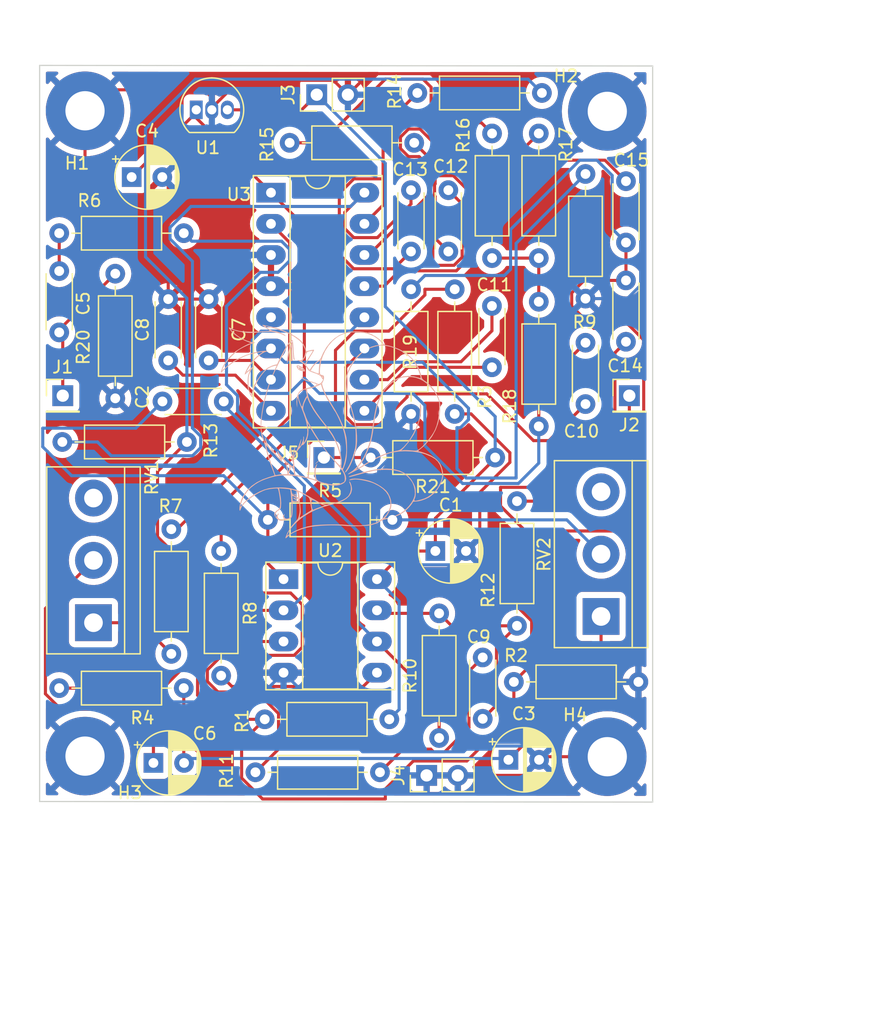
<source format=kicad_pcb>
(kicad_pcb (version 20211014) (generator pcbnew)
  (title_block (title "Little Angel Chorus") (date "2023-05-23") (company "Author: Vitória Beatriz Bianchin") (comment 1 "Email: vitoriabbianchin@gmail.com"))
  (layers (0 "F.Cu" signal) (31 "B.Cu" signal) (34 "B.Paste" user) (35 "F.Paste" user) (36 "B.SilkS" user "B.Silkscreen") (37 "F.SilkS" user "F.Silkscreen") (38 "B.Mask" user) (39 "F.Mask" user) (44 "Edge.Cuts" user))
  (net 0 "")
  (net 1 "VCC")
  (net 2 "Earth")
  (net 3 "/outa")
  (net 4 "/-ina")
  (net 5 "Net-(C3-Pad1)")
  (net 6 "Net-(R8-Pad1)")
  (net 7 "Net-(C5-Pad1)")
  (net 8 "Net-(C5-Pad2)")
  (net 9 "Net-(C6-Pad1)")
  (net 10 "Net-(C7-Pad1)")
  (net 11 "Net-(C8-Pad1)")
  (net 12 "Net-(C9-Pad1)")
  (net 13 "/outb")
  (net 14 "Net-(C10-Pad1)")
  (net 15 "Net-(C10-Pad2)")
  (net 16 "Net-(C11-Pad1)")
  (net 17 "Net-(C11-Pad2)")
  (net 18 "Net-(C12-Pad1)")
  (net 19 "Net-(C12-Pad2)")
  (net 20 "Net-(C13-Pad1)")
  (net 21 "Net-(C13-Pad2)")
  (net 22 "Net-(C14-Pad1)")
  (net 23 "Net-(C14-Pad2)")
  (net 24 "Net-(C15-Pad2)")
  (net 25 "/+ina")
  (net 26 "Net-(R5-Pad2)")
  (net 27 "/-inb")
  (net 28 "Net-(R7-Pad1)")
  (net 29 "Net-(R7-Pad2)")
  (net 30 "/+inb")
  (net 31 "Net-(R9-Pad2)")
  (net 32 "Net-(R11-Pad1)")
  (net 33 "Net-(R16-Pad2)")
  (net 37 "Net-(J5-Pad1)")
  (footprint "Connector_PinHeader_2.54mm:PinHeader_1x01_P2.54mm_Vertical" (layer "F.Cu") (at 116.423314 96.922311)
    (fp_text reference "J2")
    (fp_text value "Conn_01x01_Female")
  )
  (footprint "Resistor_THT:R_Axial_DIN0207_L6.3mm_D2.5mm_P10.16mm_Horizontal" (layer "F.Cu") (at 105.228 75.548 -90)
    (fp_text reference "R16")
    (fp_text value "10k")
  )
  (footprint "Resistor_THT:R_Axial_DIN0207_L6.3mm_D2.5mm_P10.16mm_Horizontal" (layer "F.Cu") (at 102.18 98.408 90)
    (fp_text reference "R3")
    (fp_text value "220k")
  )
  (footprint "Resistor_THT:R_Axial_DIN0207_L6.3mm_D2.5mm_P10.16mm_Horizontal" (layer "F.Cu") (at 112.848 89.01 90)
    (fp_text reference "R9")
    (fp_text value "100R")
  )
  (footprint "Resistor_THT:R_Axial_DIN0207_L6.3mm_D2.5mm_P10.16mm_Horizontal" (layer "F.Cu") (at 100.91 124.824 90)
    (fp_text reference "R10")
    (fp_text value "1M")
  )
  (footprint "Resistor_THT:R_Axial_DIN0207_L6.3mm_D2.5mm_P10.16mm_Horizontal" (layer "F.Cu") (at 96.846 123.3 180)
    (fp_text reference "R1")
    (fp_text value "100k")
  )
  (footprint "Resistor_THT:R_Axial_DIN0207_L6.3mm_D2.5mm_P10.16mm_Horizontal" (layer "F.Cu") (at 98.624 98.408 90)
    (fp_text reference "R19")
    (fp_text value "10k")
  )
  (footprint "Package_TO_SOT_THT:TO-92_Inline" (layer "F.Cu") (at 81.098 73.622)
    (fp_text reference "U1")
    (fp_text value "L78L05_TO92")
  )
  (footprint "Resistor_THT:R_Axial_DIN0207_L6.3mm_D2.5mm_P10.16mm_Horizontal" (layer "F.Cu") (at 74.494 97.138 90)
    (fp_text reference "R20")
    (fp_text value "1M")
  )
  (footprint "Capacitor_THT:C_Disc_D4.3mm_W1.9mm_P5.00mm" (layer "F.Cu") (at 101.662 80.17 -90)
    (fp_text reference "C12")
    (fp_text value "0.001uF")
  )
  (footprint "Capacitor_THT:CP_Radial_D5.0mm_P2.50mm" (layer "F.Cu") (at 100.601552 109.584)
    (fp_text reference "C1")
    (fp_text value "100uF")
  )
  (footprint "Resistor_THT:R_Axial_DIN0207_L6.3mm_D2.5mm_P10.16mm_Horizontal" (layer "F.Cu") (at 70.176 100.694)
    (fp_text reference "R13")
    (fp_text value "10k")
  )
  (footprint "Capacitor_THT:C_Disc_D4.3mm_W1.9mm_P5.00mm" (layer "F.Cu") (at 116.15 84.438 90)
    (fp_text reference "C15")
    (fp_text value "0.1uF")
  )
  (footprint "Connector_PinHeader_2.54mm:PinHeader_1x02_P2.54mm_Vertical" (layer "F.Cu") (at 90.927 72.39 90)
    (fp_text reference "J3")
    (fp_text value "Conn_01x02_Female")
  )
  (footprint "Resistor_THT:R_Axial_DIN0207_L6.3mm_D2.5mm_P10.16mm_Horizontal" (layer "F.Cu") (at 107.26 115.68 90)
    (fp_text reference "R12")
    (fp_text value "10k")
  )
  (footprint "Connector_PinHeader_2.54mm:PinHeader_1x01_P2.54mm_Vertical" (layer "F.Cu") (at 70.209688 96.922311)
    (fp_text reference "J1")
    (fp_text value "Conn_01x01_Female")
  )
  (footprint "Capacitor_THT:C_Disc_D4.3mm_W1.9mm_P5.00mm" (layer "F.Cu") (at 112.848 92.606 -90)
    (fp_text reference "C10")
    (fp_text value "0.01uF")
  )
  (footprint "TerminalBlock:TerminalBlock_bornier-3_P5.08mm" (layer "F.Cu") (at 114.118 114.918 90)
    (fp_text reference "RV2")
    (fp_text value "100k Lin")
  )
  (footprint "Capacitor_THT:C_Disc_D4.3mm_W1.9mm_P5.00mm" (layer "F.Cu") (at 116.15 92.526 90)
    (fp_text reference "C14")
    (fp_text value "0.1uF")
  )
  (footprint "Resistor_THT:R_Axial_DIN0207_L6.3mm_D2.5mm_P10.16mm_Horizontal" (layer "F.Cu") (at 85.924 127.618)
    (fp_text reference "R11")
    (fp_text value "10k")
  )
  (footprint "MountingHole:MountingHole_3.2mm_M3_Pad_TopBottom" (layer "F.Cu") (at 72.026 73.7)
    (fp_text reference "H1")
    (fp_text value "MountingHole_Pad")
  )
  (footprint "Capacitor_THT:C_Disc_D4.3mm_W1.9mm_P5.00mm" (layer "F.Cu") (at 78.812 94.05 90)
    (fp_text reference "C8")
    (fp_text value "0.1uF")
  )
  (footprint "MountingHole:MountingHole_3.2mm_M3_Pad_TopBottom" (layer "F.Cu") (at 114.626 73.748)
    (fp_text reference "H2")
    (fp_text value "MountingHole_Pad")
  )
  (footprint "Resistor_THT:R_Axial_DIN0207_L6.3mm_D2.5mm_P10.16mm_Horizontal" (layer "F.Cu") (at 69.922 120.76)
    (fp_text reference "R4")
    (fp_text value "220k")
  )
  (footprint "Resistor_THT:R_Axial_DIN0207_L6.3mm_D2.5mm_P10.16mm_Horizontal" (layer "F.Cu") (at 109.038 75.548 -90)
    (fp_text reference "R17")
    (fp_text value "10k")
  )
  (footprint "Resistor_THT:R_Axial_DIN0207_L6.3mm_D2.5mm_P10.16mm_Horizontal" (layer "F.Cu") (at 80.082 83.676 180)
    (fp_text reference "R6")
    (fp_text value "470k")
  )
  (footprint "Package_DIP:DIP-8_W7.62mm_Socket_LongPads" (layer "F.Cu") (at 88.22 111.88)
    (fp_text reference "U2")
    (fp_text value "NE5532D8R2G")
  )
  (footprint "Resistor_THT:R_Axial_DIN0207_L6.3mm_D2.5mm_P10.16mm_Horizontal" (layer "F.Cu") (at 88.718 76.31)
    (fp_text reference "R15")
    (fp_text value "10k")
  )
  (footprint "Resistor_THT:R_Axial_DIN0207_L6.3mm_D2.5mm_P10.16mm_Horizontal" (layer "F.Cu") (at 99.132 72.246)
    (fp_text reference "R14")
    (fp_text value "10k")
  )
  (footprint "TerminalBlock:TerminalBlock_bornier-3_P5.08mm" (layer "F.Cu") (at 72.716 115.426 90)
    (fp_text reference "RV1")
    (fp_text value "470K Lin")
  )
  (footprint "Package_DIP:DIP-16_W7.62mm_Socket_LongPads" (layer "F.Cu") (at 87.194 80.374)
    (fp_text reference "U3")
    (fp_text value "PT2399")
  )
  (footprint "Capacitor_THT:CP_Radial_D5.0mm_P2.50mm" (layer "F.Cu") (at 106.562888 126.602)
    (fp_text reference "C3")
    (fp_text value "10uF")
  )
  (footprint "Resistor_THT:R_Axial_DIN0207_L6.3mm_D2.5mm_P10.16mm_Horizontal" (layer "F.Cu") (at 86.94 107.044)
    (fp_text reference "R5")
    (fp_text value "4k7")
  )
  (footprint "Resistor_THT:R_Axial_DIN0207_L6.3mm_D2.5mm_P10.16mm_Horizontal" (layer "F.Cu") (at 83.13 109.584 -90)
    (fp_text reference "R8")
    (fp_text value "330k")
  )
  (footprint "Resistor_THT:R_Axial_DIN0207_L6.3mm_D2.5mm_P10.16mm_Horizontal" (layer "F.Cu") (at 109.038 99.424 90)
    (fp_text reference "R18")
    (fp_text value "10k")
  )
  (footprint "Capacitor_THT:C_Disc_D4.3mm_W1.9mm_P5.00mm" (layer "F.Cu") (at 78.344 97.392)
    (fp_text reference "C2")
    (fp_text value "0.01uF")
  )
  (footprint "Resistor_THT:R_Axial_DIN0207_L6.3mm_D2.5mm_P10.16mm_Horizontal" (layer "F.Cu") (at 107.006 120.252)
    (fp_text reference "R2")
    (fp_text value "47k")
  )
  (footprint "Capacitor_THT:CP_Radial_D5.0mm_P2.50mm" (layer "F.Cu") (at 75.828888 79.104)
    (fp_text reference "C4")
    (fp_text value "47uF")
  )
  (footprint "Capacitor_THT:C_Disc_D4.3mm_W1.9mm_P5.00mm" (layer "F.Cu") (at 104.466 118.26 -90)
    (fp_text reference "C9")
    (fp_text value "0.1uF")
  )
  (footprint "Capacitor_THT:CP_Radial_D5.0mm_P2.50mm" (layer "F.Cu") (at 77.606888 126.856)
    (fp_text reference "C6")
    (fp_text value "10uF")
  )
  (footprint "Resistor_THT:R_Axial_DIN0207_L6.3mm_D2.5mm_P10.16mm_Horizontal" (layer "F.Cu") (at 105.482 101.964 180)
    (fp_text reference "R21")
    (fp_text value "330")
  )
  (footprint "Capacitor_THT:C_Disc_D4.3mm_W1.9mm_P5.00mm" (layer "F.Cu") (at 105.218 89.608 -90)
    (fp_text reference "C11")
    (fp_text value "0.01uF")
  )
  (footprint "MountingHole:MountingHole_3.2mm_M3_Pad_TopBottom" (layer "F.Cu") (at 72.026 126.3)
    (fp_text reference "H3")
    (fp_text value "MountingHole_Pad")
  )
  (footprint "Connector_PinHeader_2.54mm:PinHeader_1x02_P2.54mm_Vertical" (layer "F.Cu") (at 99.889 127.872 90)
    (fp_text reference "J4")
    (fp_text value "Conn_01x02_Female")
  )
  (footprint "Capacitor_THT:C_Disc_D4.3mm_W1.9mm_P5.00mm" (layer "F.Cu") (at 82.114 94.05 90)
    (fp_text reference "C7")
    (fp_text value "0.1uF")
  )
  (footprint "Connector_PinHeader_2.54mm:PinHeader_1x01_P2.54mm_Vertical" (layer "F.Cu") (at 91.512 101.964)
    (fp_text reference "J5")
    (fp_text value "Conn_01x01_Female")
  )
  (footprint "Capacitor_THT:C_Disc_D4.3mm_W1.9mm_P5.00mm" (layer "F.Cu") (at 98.614 80.17 -90)
    (fp_text reference "C13")
    (fp_text value "0.001uF")
  )
  (footprint "Capacitor_THT:C_Disc_D4.3mm_W1.9mm_P5.00mm" (layer "F.Cu") (at 69.922 91.764 90)
    (fp_text reference "C5")
    (fp_text value "0.1uF")
  )
  (footprint "Resistor_THT:R_Axial_DIN0207_L6.3mm_D2.5mm_P10.16mm_Horizontal" (layer "F.Cu") (at 79.066 117.966 90)
    (fp_text reference "R7")
    (fp_text value "33k")
  )
  (footprint "MountingHole:MountingHole_3.2mm_M3_Pad_TopBottom" (layer "F.Cu") (at 114.626 126.348)
    (fp_text reference "H4")
    (fp_text value "MountingHole_Pad")
  )
  (footprint "lib:ninetales" (layer "B.Cu") (at 92.202 99.822 180)
    (fp_text reference "G***" hide)
    (fp_text value "LOGO" hide)
  )
  (gr_line locked (start 118.326 130.048) (end 118.326 70.048) (layer "Edge.Cuts") (width 0.1))
  (gr_line (start 68.326 70) (end 118.326 70.048) (layer "Edge.Cuts") (width 0.1))
  (gr_line locked (start 68.326 130) (end 118.326 130.048) (layer "Edge.Cuts") (width 0.1))
  (gr_line locked (start 68.326 130) (end 68.326 70) (layer "Edge.Cuts") (width 0.1))
  (segment (start 89.695 73.622) (end 90.927 72.39) (width 0.25) (layer "F.Cu") (net 1))
  (segment (start 83.638 73.622) (end 89.695 73.622) (width 0.25) (layer "F.Cu") (net 1))
  (segment (start 100.601552 109.584) (end 98.136 109.584) (width 0.25) (layer "F.Cu") (net 1))
  (segment (start 98.136 109.584) (end 95.84 111.88) (width 0.25) (layer "F.Cu") (net 1))
  (segment (start 105.482 101.964) (end 105.482 102.036) (width 0.25) (layer "F.Cu") (net 1))
  (segment (start 100.601552 106.916448) (end 100.601552 109.584) (width 0.25) (layer "F.Cu") (net 1))
  (segment (start 105.482 102.036) (end 100.601552 106.916448) (width 0.25) (layer "F.Cu") (net 1))
  (segment (start 96.52 77.983) (end 90.927 72.39) (width 0.25) (layer "B.Cu") (net 1))
  (segment (start 105.482 101.964) (end 105.482 98.624) (width 0.25) (layer "B.Cu") (net 1))
  (segment (start 96.52 89.662) (end 96.52 77.983) (width 0.25) (layer "B.Cu") (net 1))
  (segment (start 97.645999 113.685999) (end 95.84 111.88) (width 0.25) (layer "B.Cu") (net 1))
  (segment (start 105.482 98.624) (end 96.52 89.662) (width 0.25) (layer "B.Cu") (net 1))
  (segment (start 97.645999 122.500001) (end 97.645999 113.685999) (width 0.25) (layer "B.Cu") (net 1))
  (segment (start 96.846 123.3) (end 97.645999 122.500001) (width 0.25) (layer "B.Cu") (net 1))
  (segment (start 117.597825 92.383525) (end 117.597825 103.890175) (width 0.25) (layer "F.Cu") (net 2))
  (segment (start 114.626 126.348) (end 109.316888 126.348) (width 0.25) (layer "F.Cu") (net 2))
  (segment (start 114.2243 89.01) (end 117.597825 92.383525) (width 0.25) (layer "F.Cu") (net 2))
  (segment (start 111.549969 70.671969) (end 95.185031 70.671969) (width 0.25) (layer "F.Cu") (net 2))
  (segment (start 95.185031 70.671969) (end 93.467 72.39) (width 0.25) (layer "F.Cu") (net 2))
  (segment (start 74.93 82.192) (end 72.026 79.288) (width 0.25) (layer "F.Cu") (net 2))
  (segment (start 78.812 79.587112) (end 78.328888 79.104) (width 0.25) (layer "F.Cu") (net 2))
  (segment (start 73.734 71.992) (end 72.026 73.7) (width 0.25) (layer "F.Cu") (net 2))
  (segment (start 82.368 73.465598) (end 84.618109 71.215489) (width 0.25) (layer "F.Cu") (net 2))
  (segment (start 117.166 120.252) (end 117.166 123.808) (width 0.25) (layer "F.Cu") (net 2))
  (segment (start 114.626 73.748) (end 111.549969 70.671969) (width 0.25) (layer "F.Cu") (net 2))
  (segment (start 82.368 73.622) (end 82.368 72.622) (width 0.25) (layer "F.Cu") (net 2))
  (segment (start 117.166 123.808) (end 114.626 126.348) (width 0.25) (layer "F.Cu") (net 2))
  (segment (start 117.597825 103.890175) (end 117.094 104.394) (width 0.25) (layer "F.Cu") (net 2))
  (segment (start 82.114 89.05) (end 78.812 89.05) (width 0.25) (layer "F.Cu") (net 2))
  (segment (start 72.026 79.288) (end 72.026 73.7) (width 0.25) (layer "F.Cu") (net 2))
  (segment (start 81.738 71.992) (end 73.734 71.992) (width 0.25) (layer "F.Cu") (net 2))
  (segment (start 84.618109 71.215489) (end 92.292489 71.215489) (width 0.25) (layer "F.Cu") (net 2))
  (segment (start 117.094 104.394) (end 117.166 104.466) (width 0.25) (layer "F.Cu") (net 2))
  (segment (start 107.792888 127.872) (end 109.062888 126.602) (width 0.25) (layer "F.Cu") (net 2))
  (segment (start 109.316888 126.348) (end 109.062888 126.602) (width 0.25) (layer "F.Cu") (net 2))
  (segment (start 78.812 89.05) (end 78.812 79.587112) (width 0.25) (layer "F.Cu") (net 2))
  (segment (start 117.166 104.466) (end 117.166 120.252) (width 0.25) (layer "F.Cu") (net 2))
  (segment (start 102.429 127.872) (end 107.792888 127.872) (width 0.25) (layer "F.Cu") (net 2))
  (segment (start 82.368 73.622) (end 82.368 73.465598) (width 0.25) (layer "F.Cu") (net 2))
  (segment (start 99.889 127.872) (end 102.429 127.872) (width 0.25) (layer "F.Cu") (net 2))
  (segment (start 112.848 89.01) (end 114.2243 89.01) (width 0.25) (layer "F.Cu") (net 2))
  (segment (start 87.194 85.454) (end 87.194 87.994) (width 0.25) (layer "F.Cu") (net 2))
  (segment (start 82.368 72.622) (end 81.738 71.992) (width 0.25) (layer "F.Cu") (net 2))
  (segment (start 75.240888 82.192) (end 74.93 82.192) (width 0.25) (layer "F.Cu") (net 2))
  (segment (start 78.328888 79.104) (end 75.240888 82.192) (width 0.25) (layer "F.Cu") (net 2))
  (segment (start 92.292489 71.215489) (end 93.467 72.39) (width 0.25) (layer "F.Cu") (net 2))
  (segment (start 101.977041 110.708511) (end 103.101552 109.584) (width 0.25) (layer "B.Cu") (net 2))
  (segment (start 74.704377 80.228511) (end 74.93 80.454134) (width 0.25) (layer "B.Cu") (net 2))
  (segment (start 87.194 85.454) (end 85.71 85.454) (width 0.25) (layer "B.Cu") (net 2))
  (segment (start 76.441489 121.884511) (end 72.026 126.3) (width 0.25) (layer "B.Cu") (net 2))
  (segment (start 107.936888 125.476) (end 109.062888 126.602) (width 0.25) (layer "B.Cu") (net 2))
  (segment (start 116.2563 89.01) (end 117.348 87.9183) (width 0.25) (layer "B.Cu") (net 2))
  (segment (start 88.22 119.5) (end 94.668511 125.948511) (width 0.25) (layer "B.Cu") (net 2))
  (segment (start 117.348 76.47) (end 114.626 73.748) (width 0.25) (layer "B.Cu") (net 2))
  (segment (start 85.835489 121.884511) (end 76.441489 121.884511) (width 0.25) (layer "B.Cu") (net 2))
  (segment (start 112.848 89.01) (end 116.2563 89.01) (width 0.25) (layer "B.Cu") (net 2))
  (segment (start 117.166 120.252) (end 113.769552 120.252) (width 0.25) (layer "B.Cu") (net 2))
  (segment (start 85.71 85.454) (end 82.114 89.05) (width 0.25) (layer "B.Cu") (net 2))
  (segment (start 102.905489 125.948511) (end 103.378 125.476) (width 0.25) (layer "B.Cu") (net 2))
  (segment (start 88.22 119.5) (end 85.835489 121.884511) (width 0.25) (layer "B.Cu") (net 2))
  (segment (start 95.975489 102.900811) (end 95.975489 107.659489) (width 0.25) (layer "B.Cu") (net 2))
  (segment (start 117.348 87.9183) (end 117.348 76.47) (width 0.25) (layer "B.Cu") (net 2))
  (segment (start 95.975489 107.659489) (end 99.024511 110.708511) (width 0.25) (layer "B.Cu") (net 2))
  (segment (start 99.024511 110.708511) (end 101.977041 110.708511) (width 0.25) (layer "B.Cu") (net 2))
  (segment (start 98.624 100.2523) (end 95.975489 102.900811) (width 0.25) (layer "B.Cu") (net 2))
  (segment (start 94.668511 125.948511) (end 102.905489 125.948511) (width 0.25) (layer "B.Cu") (net 2))
  (segment (start 98.624 98.408) (end 98.624 100.2523) (width 0.25) (layer "B.Cu") (net 2))
  (segment (start 103.378 125.476) (end 107.936888 125.476) (width 0.25) (layer "B.Cu") (net 2))
  (segment (start 74.494 97.138) (end 74.494 93.368) (width 0.25) (layer "B.Cu") (net 2))
  (segment (start 74.494 93.368) (end 78.812 89.05) (width 0.25) (layer "B.Cu") (net 2))
  (segment (start 113.769552 120.252) (end 103.101552 109.584) (width 0.25) (layer "B.Cu") (net 2))
  (segment (start 94.01548 91.65852) (end 92.456 93.218) (width 0.25) (layer "F.Cu") (net 3))
  (segment (start 96.80378 91.65852) (end 94.01548 91.65852) (width 0.25) (layer "F.Cu") (net 3))
  (segment (start 99.748511 88.713789) (end 96.80378 91.65852) (width 0.25) (layer "F.Cu") (net 3))
  (segment (start 102.18 88.248) (end 99.748511 88.248) (width 0.25) (layer "F.Cu") (net 3))
  (segment (start 92.456 93.218) (end 92.456 98.670978) (width 0.25) (layer "F.Cu") (net 3))
  (segment (start 99.748511 88.248) (end 99.748511 88.713789) (width 0.25) (layer "F.Cu") (net 3))
  (segment (start 86.94 103.964) (end 86.94 107.044) (width 0.25) (layer "F.Cu") (net 3))
  (segment (start 86.94 107.044) (end 86.94 110.6) (width 0.25) (layer "F.Cu") (net 3))
  (segment (start 92.456 98.670978) (end 90.337489 100.789489) (width 0.25) (layer "F.Cu") (net 3))
  (segment (start 90.114511 100.789489) (end 86.94 103.964) (width 0.25) (layer "F.Cu") (net 3))
  (segment (start 90.337489 100.789489) (end 90.114511 100.789489) (width 0.25) (layer "F.Cu") (net 3))
  (segment (start 86.94 110.6) (end 88.22 111.88) (width 0.25) (layer "F.Cu") (net 3))
  (segment (start 68.578511 99.569489) (end 68.578511 101.090511) (width 0.25) (layer "B.Cu") (net 3))
  (segment (start 78.344 97.392) (end 76.166511 99.569489) (width 0.25) (layer "B.Cu") (net 3))
  (segment (start 68.578511 101.090511) (end 70.929489 103.441489) (width 0.25) (layer "B.Cu") (net 3))
  (segment (start 83.337489 103.441489) (end 86.94 107.044) (width 0.25) (layer "B.Cu") (net 3))
  (segment (start 76.166511 99.569489) (end 68.578511 99.569489) (width 0.25) (layer "B.Cu") (net 3))
  (segment (start 70.929489 103.441489) (end 83.337489 103.441489) (width 0.25) (layer "B.Cu") (net 3))
  (segment (start 69.922 120.76) (end 78.376 120.76) (width 0.25) (layer "F.Cu") (net 4))
  (segment (start 78.376 120.76) (end 84.716 114.42) (width 0.25) (layer "F.Cu") (net 4))
  (segment (start 84.716 114.42) (end 88.22 114.42) (width 0.25) (layer "F.Cu") (net 4))
  (segment (start 89.916 104.267718) (end 83.344 97.695718) (width 0.25) (layer "B.Cu") (net 4))
  (segment (start 88.62 114.42) (end 89.916 113.124) (width 0.25) (layer "B.Cu") (net 4))
  (segment (start 89.916 113.124) (end 89.916 104.267718) (width 0.25) (layer "B.Cu") (net 4))
  (segment (start 83.344 97.695718) (end 83.344 97.392) (width 0.25) (layer "B.Cu") (net 4))
  (segment (start 88.22 114.42) (end 88.62 114.42) (width 0.25) (layer "B.Cu") (net 4))
  (segment (start 106.562888 126.602) (end 107.687399 125.477489) (width 0.25) (layer "F.Cu") (net 5))
  (segment (start 107.687399 125.477489) (end 109.654511 125.477489) (width 0.25) (layer "F.Cu") (net 5))
  (segment (start 114.118 121.014) (end 114.118 114.918) (width 0.25) (layer "F.Cu") (net 5))
  (segment (start 80.082 120.76) (end 80.082 126.831112) (width 0.25) (layer "F.Cu") (net 5))
  (segment (start 80.082 126.831112) (end 80.106888 126.856) (width 0.25) (layer "F.Cu") (net 5))
  (segment (start 109.654511 125.477489) (end 114.118 121.014) (width 0.25) (layer "F.Cu") (net 5))
  (segment (start 80.469399 126.493489) (end 106.454377 126.493489) (width 0.25) (layer "B.Cu") (net 5))
  (segment (start 80.106888 126.856) (end 80.469399 126.493489) (width 0.25) (layer "B.Cu") (net 5))
  (segment (start 106.454377 126.493489) (end 106.562888 126.602) (width 0.25) (layer "B.Cu") (net 5))
  (segment (start 83.13 109.584) (end 83.13 105.846) (width 0.25) (layer "F.Cu") (net 6))
  (segment (start 81.098 74.278) (end 81.098 73.622) (width 0.25) (layer "F.Cu") (net 6))
  (segment (start 81.098 73.622) (end 81.098 73.834888) (width 0.25) (layer "F.Cu") (net 6))
  (segment (start 81.098 73.834888) (end 75.828888 79.104) (width 0.25) (layer "F.Cu") (net 6))
  (segment (start 89.916 99.06) (end 89.916 83.096) (width 0.25) (layer "F.Cu") (net 6))
  (segment (start 89.916 83.096) (end 87.194 80.374) (width 0.25) (layer "F.Cu") (net 6))
  (segment (start 83.13 105.846) (end 89.916 99.06) (width 0.25) (layer "F.Cu") (net 6))
  (segment (start 87.194 80.374) (end 81.098 74.278) (width 0.25) (layer "F.Cu") (net 6))
  (segment (start 70.209688 92.051688) (end 69.922 91.764) (width 0.25) (layer "F.Cu") (net 7))
  (segment (start 74.494 86.978) (end 69.922 91.55) (width 0.25) (layer "F.Cu") (net 7))
  (segment (start 70.209688 96.922311) (end 70.209688 92.051688) (width 0.25) (layer "F.Cu") (net 7))
  (segment (start 69.922 91.55) (end 69.922 91.764) (width 0.25) (layer "F.Cu") (net 7))
  (segment (start 69.922 83.676) (end 69.922 86.764) (width 0.25) (layer "F.Cu") (net 8))
  (segment (start 77.606888 126.856) (end 77.606888 125.254888) (width 0.25) (layer "F.Cu") (net 9))
  (segment (start 70.05464 122.48294) (end 68.797489 121.225789) (width 0.25) (layer "F.Cu") (net 9))
  (segment (start 77.606888 125.254888) (end 74.83494 122.48294) (width 0.25) (layer "F.Cu") (net 9))
  (segment (start 74.83494 122.48294) (end 70.05464 122.48294) (width 0.25) (layer "F.Cu") (net 9))
  (segment (start 68.797489 121.225789) (end 68.797489 114.264511) (width 0.25) (layer "F.Cu") (net 9))
  (segment (start 68.797489 114.264511) (end 72.716 110.346) (width 0.25) (layer "F.Cu") (net 9))
  (segment (start 85.63 94.05) (end 87.194 95.614) (width 0.25) (layer "F.Cu") (net 10))
  (segment (start 82.114 94.05) (end 85.63 94.05) (width 0.25) (layer "F.Cu") (net 10))
  (segment (start 80.012 95.25) (end 78.812 94.05) (width 0.25) (layer "F.Cu") (net 11))
  (segment (start 84.29 95.25) (end 80.012 95.25) (width 0.25) (layer "F.Cu") (net 11))
  (segment (start 87.194 98.154) (end 84.29 95.25) (width 0.25) (layer "F.Cu") (net 11))
  (segment (start 101.375789 125.948511) (end 100.444211 125.948511) (width 0.25) (layer "F.Cu") (net 12))
  (segment (start 100.444211 125.948511) (end 100.2257 125.73) (width 0.25) (layer "F.Cu") (net 12))
  (segment (start 100.2257 125.73) (end 97.972 125.73) (width 0.25) (layer "F.Cu") (net 12))
  (segment (start 104.466 118.26) (end 103.341489 119.384511) (width 0.25) (layer "F.Cu") (net 12))
  (segment (start 103.341489 123.982811) (end 101.375789 125.948511) (width 0.25) (layer "F.Cu") (net 12))
  (segment (start 97.972 125.73) (end 96.084 127.618) (width 0.25) (layer "F.Cu") (net 12))
  (segment (start 103.341489 119.384511) (end 103.341489 123.982811) (width 0.25) (layer "F.Cu") (net 12))
  (segment (start 100.91 114.664) (end 96.084 114.664) (width 0.25) (layer "F.Cu") (net 13))
  (segment (start 104.466 123.26) (end 105.590511 122.135489) (width 0.25) (layer "F.Cu") (net 13))
  (segment (start 96.084 114.664) (end 95.84 114.42) (width 0.25) (layer "F.Cu") (net 13))
  (segment (start 105.590511 117.349489) (end 107.26 115.68) (width 0.25) (layer "F.Cu") (net 13))
  (segment (start 107.26 115.68) (end 101.926 115.68) (width 0.25) (layer "F.Cu") (net 13))
  (segment (start 101.926 115.68) (end 100.91 114.664) (width 0.25) (layer "F.Cu") (net 13))
  (segment (start 105.590511 122.135489) (end 105.590511 117.349489) (width 0.25) (layer "F.Cu") (net 13))
  (segment (start 109.038 99.424) (end 109.038 96.416) (width 0.25) (layer "F.Cu") (net 14))
  (segment (start 109.038 96.416) (end 112.848 92.606) (width 0.25) (layer "F.Cu") (net 14))
  (segment (start 98.77052 96.73852) (end 91.15052 96.73852) (width 0.25) (layer "B.Cu") (net 14))
  (segment (start 88.68148 96.73852) (end 86.328209 96.73852) (width 0.25) (layer "B.Cu") (net 14))
  (segment (start 91.15052 96.73852) (end 89.916 95.504) (width 0.25) (layer "B.Cu") (net 14))
  (segment (start 86.328209 96.73852) (end 85.66948 96.079791) (width 0.25) (layer "B.Cu") (net 14))
  (segment (start 86.39548 91.65852) (end 93.68948 91.65852) (width 0.25) (layer "B.Cu") (net 14))
  (segment (start 99.748511 101.004991) (end 99.748511 97.716511) (width 0.25) (layer "B.Cu") (net 14))
  (segment (start 85.66948 96.079791) (end 85.66948 92.38452) (width 0.25) (layer "B.Cu") (net 14))
  (segment (start 93.68948 91.65852) (end 94.814 90.534) (width 0.25) (layer "B.Cu") (net 14))
  (segment (start 89.916 95.504) (end 88.68148 96.73852) (width 0.25) (layer "B.Cu") (net 14))
  (segment (start 99.748511 97.716511) (end 98.77052 96.73852) (width 0.25) (layer "B.Cu") (net 14))
  (segment (start 107.374197 104.08152) (end 102.82504 104.08152) (width 0.25) (layer "B.Cu") (net 14))
  (segment (start 102.82504 104.08152) (end 99.748511 101.004991) (width 0.25) (layer "B.Cu") (net 14))
  (segment (start 109.038 102.417717) (end 107.374197 104.08152) (width 0.25) (layer "B.Cu") (net 14))
  (segment (start 85.66948 92.38452) (end 86.39548 91.65852) (width 0.25) (layer "B.Cu") (net 14))
  (segment (start 109.038 99.424) (end 109.038 102.417717) (width 0.25) (layer "B.Cu") (net 14))
  (segment (start 109.87 100.584) (end 112.848 97.606) (width 0.25) (layer "F.Cu") (net 15))
  (segment (start 98.298 96.774) (end 104.7977 96.774) (width 0.25) (layer "F.Cu") (net 15))
  (segment (start 93.948209 99.27852) (end 96.04748 99.27852) (width 0.25) (layer "F.Cu") (net 15))
  (segment (start 93.28948 94.59852) (end 93.28948 98.619791) (width 0.25) (layer "F.Cu") (net 15))
  (segment (start 108.6077 100.584) (end 109.87 100.584) (width 0.25) (layer "F.Cu") (net 15))
  (segment (start 96.04748 99.27852) (end 98.298 97.028) (width 0.25) (layer "F.Cu") (net 15))
  (segment (start 94.814 93.074) (end 93.28948 94.59852) (width 0.25) (layer "F.Cu") (net 15))
  (segment (start 104.7977 96.774) (end 108.6077 100.584) (width 0.25) (layer "F.Cu") (net 15))
  (segment (start 98.298 97.028) (end 98.298 96.774) (width 0.25) (layer "F.Cu") (net 15))
  (segment (start 93.28948 98.619791) (end 93.948209 99.27852) (width 0.25) (layer "F.Cu") (net 15))
  (segment (start 96.718282 95.614) (end 98.173803 94.15848) (width 0.25) (layer "F.Cu") (net 16))
  (segment (start 98.173803 94.15848) (end 102.69152 94.15848) (width 0.25) (layer "F.Cu") (net 16))
  (segment (start 94.814 95.614) (end 96.718282 95.614) (width 0.25) (layer "F.Cu") (net 16))
  (segment (start 105.218 91.632) (end 105.218 89.608) (width 0.25) (layer "F.Cu") (net 16))
  (segment (start 102.69152 94.15848) (end 105.218 91.632) (width 0.25) (layer "F.Cu") (net 16))
  (segment (start 98.36 94.608) (end 94.814 98.154) (width 0.25) (layer "F.Cu") (net 17))
  (segment (start 105.218 94.608) (end 98.36 94.608) (width 0.25) (layer "F.Cu") (net 17))
  (segment (start 100.087969 79.005969) (end 98.966031 77.884031) (width 0.25) (layer "F.Cu") (net 18))
  (segment (start 100.256511 74.495489) (end 100.256511 71.780211) (width 0.25) (layer "F.Cu") (net 18))
  (segment (start 100.256511 71.780211) (end 99.597789 71.121489) (width 0.25) (layer "F.Cu") (net 18))
  (segment (start 97.282 75.679982) (end 98.285982 74.676) (width 0.25) (layer "F.Cu") (net 18))
  (segment (start 100.397233 84.540951) (end 100.087969 84.231687) (width 0.25) (layer "F.Cu") (net 18))
  (segment (start 100.397233 86.294511) (end 100.397233 84.540951) (width 0.25) (layer "F.Cu") (net 18))
  (segment (start 98.966031 77.884031) (end 98.226013 77.884031) (width 0.25) (layer "F.Cu") (net 18))
  (segment (start 97.282 76.940018) (end 97.282 75.679982) (width 0.25) (layer "F.Cu") (net 18))
  (segment (start 99.597789 71.121489) (end 96.518511 71.121489) (width 0.25) (layer "F.Cu") (net 18))
  (segment (start 100.076 74.676) (end 100.256511 74.495489) (width 0.25) (layer "F.Cu") (net 18))
  (segment (start 98.226013 77.884031) (end 97.282 76.940018) (width 0.25) (layer "F.Cu") (net 18))
  (segment (start 102.127789 86.294511) (end 100.397233 86.294511) (width 0.25) (layer "F.Cu") (net 18))
  (segment (start 94.814 85.454) (end 95.163938 85.454) (width 0.25) (layer "F.Cu") (net 18))
  (segment (start 100.087969 80.529969) (end 100.087969 79.005969) (width 0.25) (layer "F.Cu") (net 18))
  (segment (start 104.356 74.676) (end 105.228 75.548) (width 0.25) (layer "F.Cu") (net 18))
  (segment (start 102.786511 81.294511) (end 102.786511 85.635789) (width 0.25) (layer "F.Cu") (net 18))
  (segment (start 95.163938 85.454) (end 100.087969 80.529969) (width 0.25) (layer "F.Cu") (net 18))
  (segment (start 98.285982 74.676) (end 100.076 74.676) (width 0.25) (layer "F.Cu") (net 18))
  (segment (start 91.33 76.31) (end 88.718 76.31) (width 0.25) (layer "F.Cu") (net 18))
  (segment (start 100.087969 84.231687) (end 100.087969 80.529969) (width 0.25) (layer "F.Cu") (net 18))
  (segment (start 101.662 80.17) (end 102.786511 81.294511) (width 0.25) (layer "F.Cu") (net 18))
  (segment (start 100.076 74.676) (end 104.356 74.676) (width 0.25) (layer "F.Cu") (net 18))
  (segment (start 96.518511 71.121489) (end 91.33 76.31) (width 0.25) (layer "F.Cu") (net 18))
  (segment (start 102.786511 85.635789) (end 102.127789 86.294511) (width 0.25) (layer "F.Cu") (net 18))
  (segment (start 102.0763 78.994) (end 100.584 78.994) (width 0.25) (layer "F.Cu") (net 19))
  (segment (start 100.584 84.092) (end 101.662 85.17) (width 0.25) (layer "F.Cu") (net 19))
  (segment (start 94.814 87.994) (end 96.425718 87.994) (width 0.25) (layer "F.Cu") (net 19))
  (segment (start 97.753489 76.775789) (end 98.412211 77.434511) (width 0.25) (layer "F.Cu") (net 19))
  (segment (start 107.310031 77.275969) (end 101.434269 77.275969) (width 0.25) (layer "F.Cu") (net 19))
  (segment (start 100.537489 80.635789) (end 100.584 80.6823) (width 0.25) (layer "F.Cu") (net 19))
  (segment (start 96.425718 87.994) (end 97.675687 86.744031) (width 0.25) (layer "F.Cu") (net 19))
  (segment (start 99.343789 75.185489) (end 98.412211 75.185489) (width 0.25) (layer "F.Cu") (net 19))
  (segment (start 102.313987 86.744031) (end 103.236031 85.821987) (width 0.25) (layer "F.Cu") (net 19))
  (segment (start 100.584 80.6823) (end 100.584 84.092) (width 0.25) (layer "F.Cu") (net 19))
  (segment (start 103.236031 85.821987) (end 103.236031 80.153731) (width 0.25) (layer "F.Cu") (net 19))
  (segment (start 103.236031 80.153731) (end 102.0763 78.994) (width 0.25) (layer "F.Cu") (net 19))
  (segment (start 98.412211 77.434511) (end 99.278511 77.434511) (width 0.25) (layer "F.Cu") (net 19))
  (segment (start 100.584 78.74) (end 100.584 78.994) (width 0.25) (layer "F.Cu") (net 19))
  (segment (start 100.584 79.6577) (end 100.537489 79.704211) (width 0.25) (layer "F.Cu") (net 19))
  (segment (start 99.278511 77.434511) (end 100.584 78.74) (width 0.25) (layer "F.Cu") (net 19))
  (segment (start 97.675687 86.744031) (end 102.313987 86.744031) (width 0.25) (layer "F.Cu") (net 19))
  (segment (start 100.537489 79.704211) (end 100.537489 80.635789) (width 0.25) (layer "F.Cu") (net 19))
  (segment (start 97.753489 75.844211) (end 97.753489 76.775789) (width 0.25) (layer "F.Cu") (net 19))
  (segment (start 98.412211 75.185489) (end 97.753489 75.844211) (width 0.25) (layer "F.Cu") (net 19))
  (segment (start 109.038 75.548) (end 107.310031 77.275969) (width 0.25) (layer "F.Cu") (net 19))
  (segment (start 101.434269 77.275969) (end 99.343789 75.185489) (width 0.25) (layer "F.Cu") (net 19))
  (segment (start 100.584 78.994) (end 100.584 79.6577) (width 0.25) (layer "F.Cu") (net 19))
  (segment (start 95.87685 84.03852) (end 93.948209 84.03852) (width 0.25) (layer "F.Cu") (net 20))
  (segment (start 98.614 81.30137) (end 95.87685 84.03852) (width 0.25) (layer "F.Cu") (net 20))
  (segment (start 93.218 81.97) (end 94.814 80.374) (width 0.25) (layer "F.Cu") (net 20))
  (segment (start 93.218 83.308311) (end 93.218 81.97) (width 0.25) (layer "F.Cu") (net 20))
  (segment (start 93.948209 84.03852) (end 93.218 83.308311) (width 0.25) (layer "F.Cu") (net 20))
  (segment (start 98.614 80.17) (end 98.614 81.30137) (width 0.25) (layer "F.Cu") (net 20))
  (segment (start 80.78552 85.96982) (end 78.957489 84.141789) (width 0.25) (layer "B.Cu") (net 20))
  (segment (start 74.166511 101.818511) (end 80.801789 101.818511) (width 0.25) (layer "B.Cu") (net 20))
  (segment (start 93.689489 81.498511) (end 94.814 80.374) (width 0.25) (layer "B.Cu") (net 20))
  (segment (start 80.78552 99.55322) (end 80.78552 85.96982) (width 0.25) (layer "B.Cu") (net 20))
  (segment (start 81.460511 100.228211) (end 80.78552 99.55322) (width 0.25) (layer "B.Cu") (net 20))
  (segment (start 70.176 100.694) (end 73.042 100.694) (width 0.25) (layer "B.Cu") (net 20))
  (segment (start 80.669189 81.498511) (end 93.689489 81.498511) (width 0.25) (layer "B.Cu") (net 20))
  (segment (start 78.957489 84.141789) (end 78.957489 83.210211) (width 0.25) (layer "B.Cu") (net 20))
  (segment (start 80.801789 101.818511) (end 81.460511 101.159789) (width 0.25) (layer "B.Cu") (net 20))
  (segment (start 81.460511 101.159789) (end 81.460511 100.228211) (width 0.25) (layer "B.Cu") (net 20))
  (segment (start 73.042 100.694) (end 74.166511 101.818511) (width 0.25) (layer "B.Cu") (net 20))
  (segment (start 78.957489 83.210211) (end 80.669189 81.498511) (width 0.25) (layer "B.Cu") (net 20))
  (segment (start 92.76848 85.40248) (end 92.76848 80.429209) (width 0.25) (layer "F.Cu") (net 21))
  (segment (start 93.94452 86.57852) (end 92.76848 85.40248) (width 0.25) (layer "F.Cu") (net 21))
  (segment (start 92.76848 80.429209) (end 93.949689 79.248) (width 0.25) (layer "F.Cu") (net 21))
  (segment (start 97.20548 86.57852) (end 93.94452 86.57852) (width 0.25) (layer "F.Cu") (net 21))
  (segment (start 98.614 85.17) (end 97.20548 86.57852) (width 0.25) (layer "F.Cu") (net 21))
  (segment (start 96.266 79.248) (end 96.33852 79.32052) (width 0.25) (layer "F.Cu") (net 21))
  (segment (start 96.33852 81.38948) (end 94.814 82.914) (width 0.25) (layer "F.Cu") (net 21))
  (segment (start 96.33852 75.03948) (end 96.33852 79.32052) (width 0.25) (layer "F.Cu") (net 21))
  (segment (start 99.132 72.246) (end 96.33852 75.03948) (width 0.25) (layer "F.Cu") (net 21))
  (segment (start 93.949689 79.248) (end 96.266 79.248) (width 0.25) (layer "F.Cu") (net 21))
  (segment (start 96.33852 79.32052) (end 96.33852 81.38948) (width 0.25) (layer "F.Cu") (net 21))
  (segment (start 115.248803 100.579197) (end 115.248803 93.427197) (width 0.25) (layer "F.Cu") (net 22))
  (segment (start 110.308 105.52) (end 115.248803 100.579197) (width 0.25) (layer "F.Cu") (net 22))
  (segment (start 107.26 105.52) (end 110.308 105.52) (width 0.25) (layer "F.Cu") (net 22))
  (segment (start 115.248803 93.427197) (end 116.15 92.526) (width 0.25) (layer "F.Cu") (net 22))
  (segment (start 114.3 99.822) (end 109.728 104.394) (width 0.25) (layer "F.Cu") (net 23))
  (segment (start 112.7417 87.526) (end 111.723489 88.544211) (width 0.25) (layer "F.Cu") (net 23))
  (segment (start 105.918 105.918) (end 107.95 107.95) (width 0.25) (layer "F.Cu") (net 23))
  (segment (start 111.723489 88.544211) (end 111.723489 89.625489) (width 0.25) (layer "F.Cu") (net 23))
  (segment (start 109.728 104.394) (end 105.918 104.394) (width 0.25) (layer "F.Cu") (net 23))
  (segment (start 113.538 91.44) (end 114.3 91.44) (width 0.25) (layer "F.Cu") (net 23))
  (segment (start 107.95 107.95) (end 115.57 107.95) (width 0.25) (layer "F.Cu") (net 23))
  (segment (start 114.3 91.44) (end 114.3 99.822) (width 0.25) (layer "F.Cu") (net 23))
  (segment (start 116.15 87.526) (end 112.7417 87.526) (width 0.25) (layer "F.Cu") (net 23))
  (segment (start 105.918 104.394) (end 105.918 105.918) (width 0.25) (layer "F.Cu") (net 23))
  (segment (start 115.57 107.95) (end 116.423314 107.096686) (width 0.25) (layer "F.Cu") (net 23))
  (segment (start 111.723489 89.625489) (end 113.538 91.44) (width 0.25) (layer "F.Cu") (net 23))
  (segment (start 116.15 84.438) (end 116.15 87.526) (width 0.25) (layer "F.Cu") (net 23))
  (segment (start 116.423314 107.096686) (end 116.423314 96.922311) (width 0.25) (layer "F.Cu") (net 23))
  (segment (start 106.73848 83.36922) (end 112.3837 77.724) (width 0.25) (layer "B.Cu") (net 23))
  (segment (start 115.025489 78.972211) (end 115.025489 83.313489) (width 0.25) (layer "B.Cu") (net 23))
  (segment (start 98.624 88.248) (end 99.748511 87.123489) (width 0.25) (layer "B.Cu") (net 23))
  (segment (start 106.73848 86.616978) (end 106.73848 83.36922) (width 0.25) (layer "B.Cu") (net 23))
  (segment (start 106.231969 87.123489) (end 106.73848 86.616978) (width 0.25) (layer "B.Cu") (net 23))
  (segment (start 113.777278 77.724) (end 115.025489 78.972211) (width 0.25) (layer "B.Cu") (net 23))
  (segment (start 115.025489 83.313489) (end 116.15 84.438) (width 0.25) (layer "B.Cu") (net 23))
  (segment (start 99.748511 87.123489) (end 106.231969 87.123489) (width 0.25) (layer "B.Cu") (net 23))
  (segment (start 112.3837 77.724) (end 113.777278 77.724) (width 0.25) (layer "B.Cu") (net 23))
  (segment (start 114.437489 77.725489) (end 116.15 79.438) (width 0.25) (layer "F.Cu") (net 24))
  (segment (start 100.293489 77.725489) (end 114.437489 77.725489) (width 0.25) (layer "F.Cu") (net 24))
  (segment (start 98.878 76.31) (end 100.293489 77.725489) (width 0.25) (layer "F.Cu") (net 24))
  (segment (start 106.68 102.3563) (end 104.226063 104.810237) (width 0.25) (layer "F.Cu") (net 25))
  (segment (start 106.68 101.5717) (end 106.68 102.3563) (width 0.25) (layer "F.Cu") (net 25))
  (segment (start 104.226063 111.055763) (end 108.458 115.2877) (width 0.25) (layer "F.Cu") (net 25))
  (segment (start 84.799489 125.186511) (end 86.686 123.3) (width 0.25) (layer "F.Cu") (net 25))
  (segment (start 104.226063 104.810237) (end 104.226063 111.055763) (width 0.25) (layer "F.Cu") (net 25))
  (segment (start 107.006 122.864) (end 103.172511 126.697489) (width 0.25) (layer "F.Cu") (net 25))
  (segment (start 81.206511 121.338511) (end 81.206511 118.565207) (width 0.25) (layer "F.Cu") (net 25))
  (segment (start 108.458 118.8) (end 107.006 120.252) (width 0.25) (layer "F.Cu") (net 25))
  (segment (start 96.52 129.794) (end 86.5097 129.794) (width 0.25) (layer "F.Cu") (net 25))
  (segment (start 108.458 115.2877) (end 108.458 118.8) (width 0.25) (layer "F.Cu") (net 25))
  (segment (start 82.811718 116.96) (end 88.22 116.96) (width 0.25) (layer "F.Cu") (net 25))
  (segment (start 103.172511 126.697489) (end 98.806 126.697489) (width 0.25) (layer "F.Cu") (net 25))
  (segment (start 107.006 120.252) (end 107.006 122.864) (width 0.25) (layer "F.Cu") (net 25))
  (segment (start 86.686 123.3) (end 83.168 123.3) (width 0.25) (layer "F.Cu") (net 25))
  (segment (start 84.799489 128.083789) (end 84.799489 125.186511) (width 0.25) (layer "F.Cu") (net 25))
  (segment (start 81.206511 118.565207) (end 82.811718 116.96) (width 0.25) (layer "F.Cu") (net 25))
  (segment (start 86.5097 129.794) (end 84.799489 128.083789) (width 0.25) (layer "F.Cu") (net 25))
  (segment (start 83.168 123.3) (end 81.206511 121.338511) (width 0.25) (layer "F.Cu") (net 25))
  (segment (start 102.18 98.408) (end 103.5163 98.408) (width 0.25) (layer "F.Cu") (net 25))
  (segment (start 103.5163 98.408) (end 106.68 101.5717) (width 0.25) (layer "F.Cu") (net 25))
  (segment (start 96.52 128.983489) (end 96.52 129.794) (width 0.25) (layer "F.Cu") (net 25))
  (segment (start 98.806 126.697489) (end 96.52 128.983489) (width 0.25) (layer "F.Cu") (net 25))
  (segment (start 114.118 109.838) (end 111.324 107.044) (width 0.25) (layer "B.Cu") (net 26))
  (segment (start 111.324 107.044) (end 97.1 107.044) (width 0.25) (layer "B.Cu") (net 26))
  (segment (start 100.91 122.03) (end 95.84 116.96) (width 0.25) (layer "F.Cu") (net 27))
  (segment (start 100.91 124.824) (end 100.91 122.03) (width 0.25) (layer "F.Cu") (net 27))
  (segment (start 80.082 83.676) (end 80.73548 84.32948) (width 0.25) (layer "B.Cu") (net 27))
  (segment (start 88.71852 84.988209) (end 88.71852 85.921271) (width 0.25) (layer "B.Cu") (net 27))
  (segment (start 87.770311 86.86948) (end 86.328209 86.86948) (width 0.25) (layer "B.Cu") (net 27))
  (segment (start 84.468511 96.926211) (end 84.468511 98.184511) (width 0.25) (layer "B.Cu") (net 27))
  (segment (start 88.059791 84.32948) (end 88.71852 84.988209) (width 0.25) (layer "B.Cu") (net 27))
  (segment (start 84.468511 98.184511) (end 94.31548 108.03148) (width 0.25) (layer "B.Cu") (net 27))
  (segment (start 86.328209 86.86948) (end 83.566 89.631689) (width 0.25) (layer "B.Cu") (net 27))
  (segment (start 83.566 89.631689) (end 83.566 96.0237) (width 0.25) (layer "B.Cu") (net 27))
  (segment (start 83.566 96.0237) (end 84.468511 96.926211) (width 0.25) (layer "B.Cu") (net 27))
  (segment (start 80.73548 84.32948) (end 88.059791 84.32948) (width 0.25) (layer "B.Cu") (net 27))
  (segment (start 94.31548 115.43548) (end 95.84 116.96) (width 0.25) (layer "B.Cu") (net 27))
  (segment (start 88.71852 85.921271) (end 87.770311 86.86948) (width 0.25) (layer "B.Cu") (net 27))
  (segment (start 94.31548 108.03148) (end 94.31548 115.43548) (width 0.25) (layer "B.Cu") (net 27))
  (segment (start 72.716 115.426) (end 76.526 115.426) (width 0.25) (layer "F.Cu") (net 28))
  (segment (start 76.526 115.426) (end 79.066 117.966) (width 0.25) (layer "F.Cu") (net 28))
  (segment (start 88.71852 98.619791) (end 88.71852 84.43852) (width 0.25) (layer "F.Cu") (net 29))
  (segment (start 79.532311 107.806) (end 88.71852 98.619791) (width 0.25) (layer "F.Cu") (net 29))
  (segment (start 79.066 107.806) (end 79.532311 107.806) (width 0.25) (layer "F.Cu") (net 29))
  (segment (start 88.71852 84.43852) (end 87.194 82.914) (width 0.25) (layer "F.Cu") (net 29))
  (segment (start 94.71548 120.62452) (end 84.01052 120.62452) (width 0.25) (layer "F.Cu") (net 30))
  (segment (start 84.01052 120.62452) (end 83.13 119.744) (width 0.25) (layer "F.Cu") (net 30))
  (segment (start 95.84 119.5) (end 94.71548 120.62452) (width 0.25) (layer "F.Cu") (net 30))
  (segment (start 107.188 84.51) (end 107.188 103.632) (width 0.25) (layer "B.Cu") (net 31))
  (segment (start 107.188 103.632) (end 103.124 103.632) (width 0.25) (layer "B.Cu") (net 31))
  (segment (start 102.362 99.532511) (end 102.645789 99.532511) (width 0.25) (layer "B.Cu") (net 31))
  (segment (start 102.362 102.87) (end 102.362 99.532511) (width 0.25) (layer "B.Cu") (net 31))
  (segment (start 99.56082 94.19852) (end 88.31852 94.19852) (width 0.25) (layer "B.Cu") (net 31))
  (segment (start 103.304511 97.942211) (end 99.56082 94.19852) (width 0.25) (layer "B.Cu") (net 31))
  (segment (start 103.124 103.632) (end 102.362 102.87) (width 0.25) (layer "B.Cu") (net 31))
  (segment (start 103.304511 98.873789) (end 103.304511 97.942211) (width 0.25) (layer "B.Cu") (net 31))
  (segment (start 112.848 78.85) (end 107.188 84.51) (width 0.25) (layer "B.Cu") (net 31))
  (segment (start 88.31852 94.19852) (end 87.194 93.074) (width 0.25) (layer "B.Cu") (net 31))
  (segment (start 102.645789 99.532511) (end 103.304511 98.873789) (width 0.25) (layer "B.Cu") (net 31))
  (segment (start 82.005489 120.209789) (end 82.005489 119.278211) (width 0.25) (layer "F.Cu") (net 32))
  (segment (start 88.794822 113.004511) (end 82.524511 113.004511) (width 0.25) (layer "F.Cu") (net 32))
  (segment (start 77.941489 103.088511) (end 80.336 100.694) (width 0.25) (layer "F.Cu") (net 32))
  (segment (start 89.74452 117.425791) (end 89.74452 113.954209) (width 0.25) (layer "F.Cu") (net 32))
  (segment (start 82.86974 121.07404) (end 82.005489 120.209789) (width 0.25) (layer "F.Cu") (net 32))
  (segment (start 83.19918 118.08452) (end 89.085791 118.08452) (width 0.25) (layer "F.Cu") (net 32))
  (segment (start 89.085791 118.08452) (end 89.74452 117.425791) (width 0.25) (layer "F.Cu") (net 32))
  (segment (start 82.524511 113.004511) (end 77.941489 108.421489) (width 0.25) (layer "F.Cu") (net 32))
  (segment (start 85.924 127.618) (end 87.810511 125.731489) (width 0.25) (layer "F.Cu") (net 32))
  (segment (start 87.810511 122.834211) (end 86.05034 121.07404) (width 0.25) (layer "F.Cu") (net 32))
  (segment (start 82.005489 119.278211) (end 83.19918 118.08452) (width 0.25) (layer "F.Cu") (net 32))
  (segment (start 77.941489 108.421489) (end 77.941489 103.088511) (width 0.25) (layer "F.Cu") (net 32))
  (segment (start 86.05034 121.07404) (end 82.86974 121.07404) (width 0.25) (layer "F.Cu") (net 32))
  (segment (start 87.810511 125.731489) (end 87.810511 122.834211) (width 0.25) (layer "F.Cu") (net 32))
  (segment (start 89.74452 113.954209) (end 88.794822 113.004511) (width 0.25) (layer "F.Cu") (net 32))
  (segment (start 76.962 85.6097) (end 80.336 88.9837) (width 0.25) (layer "B.Cu") (net 32))
  (segment (start 80.336 88.9837) (end 80.336 100.694) (width 0.25) (layer "B.Cu") (net 32))
  (segment (start 108.167489 71.121489) (end 81.024511 71.121489) (width 0.25) (layer "B.Cu") (net 32))
  (segment (start 109.292 72.246) (end 108.167489 71.121489) (width 0.25) (layer "B.Cu") (net 32))
  (segment (start 81.024511 71.121489) (end 76.962 75.184) (width 0.25) (layer "B.Cu") (net 32))
  (segment (start 76.962 75.184) (end 76.962 85.6097) (width 0.25) (layer "B.Cu") (net 32))
  (segment (start 109.038 85.708) (end 109.038 89.264) (width 0.25) (layer "F.Cu") (net 33))
  (segment (start 105.228 85.708) (end 109.038 85.708) (width 0.25) (layer "F.Cu") (net 33))
  (segment (start 91.512 101.964) (end 95.322 101.964) (width 0.25) (layer "F.Cu") (net 37))
  (zone (net 2) (net_name "Earth") (layer "F.Cu") (connect_pads (clearance 0.508)) (min_thickness 0.254) (fill yes (thermal_gap 0.508) (thermal_bridge_width 0.508))
    (polygon (pts (xy 118.364 129.944) (xy 68.326 129.944) (xy 68.326 70) (xy 118.364 70)))
  )
  (zone (net 2) (net_name "Earth") (layer "B.Cu") (connect_pads (clearance 0.508)) (min_thickness 0.254) (fill yes (thermal_gap 0.508) (thermal_bridge_width 0.508))
    (polygon (pts (xy 118.364 129.944) (xy 68.326 129.944) (xy 68.326 70) (xy 118.364 70)))
  )
)
</source>
